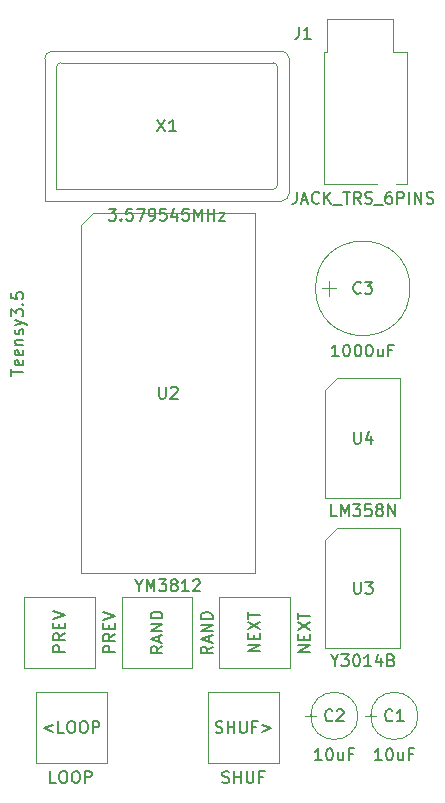
<source format=gbr>
G04 #@! TF.FileFunction,Other,Fab,Top*
%FSLAX46Y46*%
G04 Gerber Fmt 4.6, Leading zero omitted, Abs format (unit mm)*
G04 Created by KiCad (PCBNEW 4.0.6) date 01/21/18 18:38:45*
%MOMM*%
%LPD*%
G01*
G04 APERTURE LIST*
%ADD10C,0.100000*%
%ADD11C,0.150000*%
G04 APERTURE END LIST*
D10*
X175470000Y-137795000D02*
G75*
G03X175470000Y-137795000I-2000000J0D01*
G01*
X171020000Y-137795000D02*
X171920000Y-137795000D01*
X171470000Y-137345000D02*
X171470000Y-138245000D01*
X170390000Y-137795000D02*
G75*
G03X170390000Y-137795000I-2000000J0D01*
G01*
X165940000Y-137795000D02*
X166840000Y-137795000D01*
X166390000Y-137345000D02*
X166390000Y-138245000D01*
X174795000Y-101600000D02*
G75*
G03X174795000Y-101600000I-4000000J0D01*
G01*
X167345000Y-101600000D02*
X168545000Y-101600000D01*
X167945000Y-100950000D02*
X167945000Y-102250000D01*
X171975000Y-92805000D02*
X167475000Y-92805000D01*
X167475000Y-92805000D02*
X167475000Y-81605000D01*
X167475000Y-81605000D02*
X167775000Y-81605000D01*
X167775000Y-81605000D02*
X167775000Y-78805000D01*
X167775000Y-78805000D02*
X173375000Y-78805000D01*
X173375000Y-78805000D02*
X173375000Y-81605000D01*
X173375000Y-81605000D02*
X174575000Y-81605000D01*
X174575000Y-81605000D02*
X174575000Y-92805000D01*
X174575000Y-92805000D02*
X173575000Y-92805000D01*
X147940000Y-95250000D02*
X161670000Y-95250000D01*
X161670000Y-95250000D02*
X161670000Y-125730000D01*
X161670000Y-125730000D02*
X146940000Y-125730000D01*
X146940000Y-125730000D02*
X146940000Y-96250000D01*
X146940000Y-96250000D02*
X147940000Y-95250000D01*
X168640000Y-121920000D02*
X173990000Y-121920000D01*
X173990000Y-121920000D02*
X173990000Y-132080000D01*
X173990000Y-132080000D02*
X167640000Y-132080000D01*
X167640000Y-132080000D02*
X167640000Y-122920000D01*
X167640000Y-122920000D02*
X168640000Y-121920000D01*
X168640000Y-109220000D02*
X173990000Y-109220000D01*
X173990000Y-109220000D02*
X173990000Y-119380000D01*
X173990000Y-119380000D02*
X167640000Y-119380000D01*
X167640000Y-119380000D02*
X167640000Y-110220000D01*
X167640000Y-110220000D02*
X168640000Y-109220000D01*
X163566000Y-92858600D02*
X163566000Y-82858600D01*
X145216000Y-82508600D02*
X163216000Y-82508600D01*
X144866000Y-93208600D02*
X144866000Y-82858600D01*
X144866000Y-93208600D02*
X163216000Y-93208600D01*
X143866000Y-94208600D02*
X163916000Y-94208600D01*
X164566000Y-82158600D02*
X164566000Y-93558600D01*
X144516000Y-81508600D02*
X163916000Y-81508600D01*
X143866000Y-94208600D02*
X143866000Y-82158600D01*
X163216000Y-93208600D02*
G75*
G03X163566000Y-92858600I0J350000D01*
G01*
X163566000Y-82858600D02*
G75*
G03X163216000Y-82508600I-350000J0D01*
G01*
X145216000Y-82508600D02*
G75*
G03X144866000Y-82858600I0J-350000D01*
G01*
X163916000Y-94208600D02*
G75*
G03X164566000Y-93558600I0J650000D01*
G01*
X164566000Y-82158600D02*
G75*
G03X163916000Y-81508600I-650000J0D01*
G01*
X144516000Y-81508600D02*
G75*
G03X143866000Y-82158600I0J-650000D01*
G01*
X142125000Y-133735000D02*
X148125000Y-133735000D01*
X142125000Y-127735000D02*
X148125000Y-127735000D01*
X142125000Y-133735000D02*
X142125000Y-127735000D01*
X148125000Y-133735000D02*
X148125000Y-127735000D01*
X150380000Y-133735000D02*
X156380000Y-133735000D01*
X150380000Y-127735000D02*
X156380000Y-127735000D01*
X150380000Y-133735000D02*
X150380000Y-127735000D01*
X156380000Y-133735000D02*
X156380000Y-127735000D01*
X158635000Y-133735000D02*
X164635000Y-133735000D01*
X158635000Y-127735000D02*
X164635000Y-127735000D01*
X158635000Y-133735000D02*
X158635000Y-127735000D01*
X164635000Y-133735000D02*
X164635000Y-127735000D01*
X143125000Y-135775000D02*
X143125000Y-141775000D01*
X149125000Y-135775000D02*
X149125000Y-141775000D01*
X143125000Y-135775000D02*
X149125000Y-135775000D01*
X143125000Y-141775000D02*
X149125000Y-141775000D01*
X157730000Y-135775000D02*
X157730000Y-141775000D01*
X163730000Y-135775000D02*
X163730000Y-141775000D01*
X157730000Y-135775000D02*
X163730000Y-135775000D01*
X157730000Y-141775000D02*
X163730000Y-141775000D01*
D11*
X172398572Y-141557381D02*
X171827143Y-141557381D01*
X172112857Y-141557381D02*
X172112857Y-140557381D01*
X172017619Y-140700238D01*
X171922381Y-140795476D01*
X171827143Y-140843095D01*
X173017619Y-140557381D02*
X173112858Y-140557381D01*
X173208096Y-140605000D01*
X173255715Y-140652619D01*
X173303334Y-140747857D01*
X173350953Y-140938333D01*
X173350953Y-141176429D01*
X173303334Y-141366905D01*
X173255715Y-141462143D01*
X173208096Y-141509762D01*
X173112858Y-141557381D01*
X173017619Y-141557381D01*
X172922381Y-141509762D01*
X172874762Y-141462143D01*
X172827143Y-141366905D01*
X172779524Y-141176429D01*
X172779524Y-140938333D01*
X172827143Y-140747857D01*
X172874762Y-140652619D01*
X172922381Y-140605000D01*
X173017619Y-140557381D01*
X174208096Y-140890714D02*
X174208096Y-141557381D01*
X173779524Y-140890714D02*
X173779524Y-141414524D01*
X173827143Y-141509762D01*
X173922381Y-141557381D01*
X174065239Y-141557381D01*
X174160477Y-141509762D01*
X174208096Y-141462143D01*
X175017620Y-141033571D02*
X174684286Y-141033571D01*
X174684286Y-141557381D02*
X174684286Y-140557381D01*
X175160477Y-140557381D01*
X173303334Y-138152143D02*
X173255715Y-138199762D01*
X173112858Y-138247381D01*
X173017620Y-138247381D01*
X172874762Y-138199762D01*
X172779524Y-138104524D01*
X172731905Y-138009286D01*
X172684286Y-137818810D01*
X172684286Y-137675952D01*
X172731905Y-137485476D01*
X172779524Y-137390238D01*
X172874762Y-137295000D01*
X173017620Y-137247381D01*
X173112858Y-137247381D01*
X173255715Y-137295000D01*
X173303334Y-137342619D01*
X174255715Y-138247381D02*
X173684286Y-138247381D01*
X173970000Y-138247381D02*
X173970000Y-137247381D01*
X173874762Y-137390238D01*
X173779524Y-137485476D01*
X173684286Y-137533095D01*
X167318572Y-141557381D02*
X166747143Y-141557381D01*
X167032857Y-141557381D02*
X167032857Y-140557381D01*
X166937619Y-140700238D01*
X166842381Y-140795476D01*
X166747143Y-140843095D01*
X167937619Y-140557381D02*
X168032858Y-140557381D01*
X168128096Y-140605000D01*
X168175715Y-140652619D01*
X168223334Y-140747857D01*
X168270953Y-140938333D01*
X168270953Y-141176429D01*
X168223334Y-141366905D01*
X168175715Y-141462143D01*
X168128096Y-141509762D01*
X168032858Y-141557381D01*
X167937619Y-141557381D01*
X167842381Y-141509762D01*
X167794762Y-141462143D01*
X167747143Y-141366905D01*
X167699524Y-141176429D01*
X167699524Y-140938333D01*
X167747143Y-140747857D01*
X167794762Y-140652619D01*
X167842381Y-140605000D01*
X167937619Y-140557381D01*
X169128096Y-140890714D02*
X169128096Y-141557381D01*
X168699524Y-140890714D02*
X168699524Y-141414524D01*
X168747143Y-141509762D01*
X168842381Y-141557381D01*
X168985239Y-141557381D01*
X169080477Y-141509762D01*
X169128096Y-141462143D01*
X169937620Y-141033571D02*
X169604286Y-141033571D01*
X169604286Y-141557381D02*
X169604286Y-140557381D01*
X170080477Y-140557381D01*
X168223334Y-138152143D02*
X168175715Y-138199762D01*
X168032858Y-138247381D01*
X167937620Y-138247381D01*
X167794762Y-138199762D01*
X167699524Y-138104524D01*
X167651905Y-138009286D01*
X167604286Y-137818810D01*
X167604286Y-137675952D01*
X167651905Y-137485476D01*
X167699524Y-137390238D01*
X167794762Y-137295000D01*
X167937620Y-137247381D01*
X168032858Y-137247381D01*
X168175715Y-137295000D01*
X168223334Y-137342619D01*
X168604286Y-137342619D02*
X168651905Y-137295000D01*
X168747143Y-137247381D01*
X168985239Y-137247381D01*
X169080477Y-137295000D01*
X169128096Y-137342619D01*
X169175715Y-137437857D01*
X169175715Y-137533095D01*
X169128096Y-137675952D01*
X168556667Y-138247381D01*
X169175715Y-138247381D01*
X168771191Y-107362381D02*
X168199762Y-107362381D01*
X168485476Y-107362381D02*
X168485476Y-106362381D01*
X168390238Y-106505238D01*
X168295000Y-106600476D01*
X168199762Y-106648095D01*
X169390238Y-106362381D02*
X169485477Y-106362381D01*
X169580715Y-106410000D01*
X169628334Y-106457619D01*
X169675953Y-106552857D01*
X169723572Y-106743333D01*
X169723572Y-106981429D01*
X169675953Y-107171905D01*
X169628334Y-107267143D01*
X169580715Y-107314762D01*
X169485477Y-107362381D01*
X169390238Y-107362381D01*
X169295000Y-107314762D01*
X169247381Y-107267143D01*
X169199762Y-107171905D01*
X169152143Y-106981429D01*
X169152143Y-106743333D01*
X169199762Y-106552857D01*
X169247381Y-106457619D01*
X169295000Y-106410000D01*
X169390238Y-106362381D01*
X170342619Y-106362381D02*
X170437858Y-106362381D01*
X170533096Y-106410000D01*
X170580715Y-106457619D01*
X170628334Y-106552857D01*
X170675953Y-106743333D01*
X170675953Y-106981429D01*
X170628334Y-107171905D01*
X170580715Y-107267143D01*
X170533096Y-107314762D01*
X170437858Y-107362381D01*
X170342619Y-107362381D01*
X170247381Y-107314762D01*
X170199762Y-107267143D01*
X170152143Y-107171905D01*
X170104524Y-106981429D01*
X170104524Y-106743333D01*
X170152143Y-106552857D01*
X170199762Y-106457619D01*
X170247381Y-106410000D01*
X170342619Y-106362381D01*
X171295000Y-106362381D02*
X171390239Y-106362381D01*
X171485477Y-106410000D01*
X171533096Y-106457619D01*
X171580715Y-106552857D01*
X171628334Y-106743333D01*
X171628334Y-106981429D01*
X171580715Y-107171905D01*
X171533096Y-107267143D01*
X171485477Y-107314762D01*
X171390239Y-107362381D01*
X171295000Y-107362381D01*
X171199762Y-107314762D01*
X171152143Y-107267143D01*
X171104524Y-107171905D01*
X171056905Y-106981429D01*
X171056905Y-106743333D01*
X171104524Y-106552857D01*
X171152143Y-106457619D01*
X171199762Y-106410000D01*
X171295000Y-106362381D01*
X172485477Y-106695714D02*
X172485477Y-107362381D01*
X172056905Y-106695714D02*
X172056905Y-107219524D01*
X172104524Y-107314762D01*
X172199762Y-107362381D01*
X172342620Y-107362381D01*
X172437858Y-107314762D01*
X172485477Y-107267143D01*
X173295001Y-106838571D02*
X172961667Y-106838571D01*
X172961667Y-107362381D02*
X172961667Y-106362381D01*
X173437858Y-106362381D01*
X170628334Y-101957143D02*
X170580715Y-102004762D01*
X170437858Y-102052381D01*
X170342620Y-102052381D01*
X170199762Y-102004762D01*
X170104524Y-101909524D01*
X170056905Y-101814286D01*
X170009286Y-101623810D01*
X170009286Y-101480952D01*
X170056905Y-101290476D01*
X170104524Y-101195238D01*
X170199762Y-101100000D01*
X170342620Y-101052381D01*
X170437858Y-101052381D01*
X170580715Y-101100000D01*
X170628334Y-101147619D01*
X170961667Y-101052381D02*
X171580715Y-101052381D01*
X171247381Y-101433333D01*
X171390239Y-101433333D01*
X171485477Y-101480952D01*
X171533096Y-101528571D01*
X171580715Y-101623810D01*
X171580715Y-101861905D01*
X171533096Y-101957143D01*
X171485477Y-102004762D01*
X171390239Y-102052381D01*
X171104524Y-102052381D01*
X171009286Y-102004762D01*
X170961667Y-101957143D01*
X165195953Y-93432381D02*
X165195953Y-94146667D01*
X165148333Y-94289524D01*
X165053095Y-94384762D01*
X164910238Y-94432381D01*
X164815000Y-94432381D01*
X165624524Y-94146667D02*
X166100715Y-94146667D01*
X165529286Y-94432381D02*
X165862619Y-93432381D01*
X166195953Y-94432381D01*
X167100715Y-94337143D02*
X167053096Y-94384762D01*
X166910239Y-94432381D01*
X166815001Y-94432381D01*
X166672143Y-94384762D01*
X166576905Y-94289524D01*
X166529286Y-94194286D01*
X166481667Y-94003810D01*
X166481667Y-93860952D01*
X166529286Y-93670476D01*
X166576905Y-93575238D01*
X166672143Y-93480000D01*
X166815001Y-93432381D01*
X166910239Y-93432381D01*
X167053096Y-93480000D01*
X167100715Y-93527619D01*
X167529286Y-94432381D02*
X167529286Y-93432381D01*
X168100715Y-94432381D02*
X167672143Y-93860952D01*
X168100715Y-93432381D02*
X167529286Y-94003810D01*
X168291191Y-94527619D02*
X169053096Y-94527619D01*
X169148334Y-93432381D02*
X169719763Y-93432381D01*
X169434048Y-94432381D02*
X169434048Y-93432381D01*
X170624525Y-94432381D02*
X170291191Y-93956190D01*
X170053096Y-94432381D02*
X170053096Y-93432381D01*
X170434049Y-93432381D01*
X170529287Y-93480000D01*
X170576906Y-93527619D01*
X170624525Y-93622857D01*
X170624525Y-93765714D01*
X170576906Y-93860952D01*
X170529287Y-93908571D01*
X170434049Y-93956190D01*
X170053096Y-93956190D01*
X171005477Y-94384762D02*
X171148334Y-94432381D01*
X171386430Y-94432381D01*
X171481668Y-94384762D01*
X171529287Y-94337143D01*
X171576906Y-94241905D01*
X171576906Y-94146667D01*
X171529287Y-94051429D01*
X171481668Y-94003810D01*
X171386430Y-93956190D01*
X171195953Y-93908571D01*
X171100715Y-93860952D01*
X171053096Y-93813333D01*
X171005477Y-93718095D01*
X171005477Y-93622857D01*
X171053096Y-93527619D01*
X171100715Y-93480000D01*
X171195953Y-93432381D01*
X171434049Y-93432381D01*
X171576906Y-93480000D01*
X171767382Y-94527619D02*
X172529287Y-94527619D01*
X173195954Y-93432381D02*
X173005477Y-93432381D01*
X172910239Y-93480000D01*
X172862620Y-93527619D01*
X172767382Y-93670476D01*
X172719763Y-93860952D01*
X172719763Y-94241905D01*
X172767382Y-94337143D01*
X172815001Y-94384762D01*
X172910239Y-94432381D01*
X173100716Y-94432381D01*
X173195954Y-94384762D01*
X173243573Y-94337143D01*
X173291192Y-94241905D01*
X173291192Y-94003810D01*
X173243573Y-93908571D01*
X173195954Y-93860952D01*
X173100716Y-93813333D01*
X172910239Y-93813333D01*
X172815001Y-93860952D01*
X172767382Y-93908571D01*
X172719763Y-94003810D01*
X173719763Y-94432381D02*
X173719763Y-93432381D01*
X174100716Y-93432381D01*
X174195954Y-93480000D01*
X174243573Y-93527619D01*
X174291192Y-93622857D01*
X174291192Y-93765714D01*
X174243573Y-93860952D01*
X174195954Y-93908571D01*
X174100716Y-93956190D01*
X173719763Y-93956190D01*
X174719763Y-94432381D02*
X174719763Y-93432381D01*
X175195953Y-94432381D02*
X175195953Y-93432381D01*
X175767382Y-94432381D01*
X175767382Y-93432381D01*
X176195953Y-94384762D02*
X176338810Y-94432381D01*
X176576906Y-94432381D01*
X176672144Y-94384762D01*
X176719763Y-94337143D01*
X176767382Y-94241905D01*
X176767382Y-94146667D01*
X176719763Y-94051429D01*
X176672144Y-94003810D01*
X176576906Y-93956190D01*
X176386429Y-93908571D01*
X176291191Y-93860952D01*
X176243572Y-93813333D01*
X176195953Y-93718095D01*
X176195953Y-93622857D01*
X176243572Y-93527619D01*
X176291191Y-93480000D01*
X176386429Y-93432381D01*
X176624525Y-93432381D01*
X176767382Y-93480000D01*
X165401667Y-79462381D02*
X165401667Y-80176667D01*
X165354047Y-80319524D01*
X165258809Y-80414762D01*
X165115952Y-80462381D01*
X165020714Y-80462381D01*
X166401667Y-80462381D02*
X165830238Y-80462381D01*
X166115952Y-80462381D02*
X166115952Y-79462381D01*
X166020714Y-79605238D01*
X165925476Y-79700476D01*
X165830238Y-79748095D01*
X141057281Y-108981829D02*
X141057281Y-108410400D01*
X142057281Y-108696115D02*
X141057281Y-108696115D01*
X142009662Y-107696114D02*
X142057281Y-107791352D01*
X142057281Y-107981829D01*
X142009662Y-108077067D01*
X141914424Y-108124686D01*
X141533471Y-108124686D01*
X141438233Y-108077067D01*
X141390614Y-107981829D01*
X141390614Y-107791352D01*
X141438233Y-107696114D01*
X141533471Y-107648495D01*
X141628710Y-107648495D01*
X141723948Y-108124686D01*
X142009662Y-106838971D02*
X142057281Y-106934209D01*
X142057281Y-107124686D01*
X142009662Y-107219924D01*
X141914424Y-107267543D01*
X141533471Y-107267543D01*
X141438233Y-107219924D01*
X141390614Y-107124686D01*
X141390614Y-106934209D01*
X141438233Y-106838971D01*
X141533471Y-106791352D01*
X141628710Y-106791352D01*
X141723948Y-107267543D01*
X141390614Y-106362781D02*
X142057281Y-106362781D01*
X141485852Y-106362781D02*
X141438233Y-106315162D01*
X141390614Y-106219924D01*
X141390614Y-106077066D01*
X141438233Y-105981828D01*
X141533471Y-105934209D01*
X142057281Y-105934209D01*
X142009662Y-105505638D02*
X142057281Y-105410400D01*
X142057281Y-105219924D01*
X142009662Y-105124685D01*
X141914424Y-105077066D01*
X141866805Y-105077066D01*
X141771567Y-105124685D01*
X141723948Y-105219924D01*
X141723948Y-105362781D01*
X141676329Y-105458019D01*
X141581090Y-105505638D01*
X141533471Y-105505638D01*
X141438233Y-105458019D01*
X141390614Y-105362781D01*
X141390614Y-105219924D01*
X141438233Y-105124685D01*
X141390614Y-104743733D02*
X142057281Y-104505638D01*
X141390614Y-104267542D02*
X142057281Y-104505638D01*
X142295376Y-104600876D01*
X142342995Y-104648495D01*
X142390614Y-104743733D01*
X141057281Y-103981828D02*
X141057281Y-103362780D01*
X141438233Y-103696114D01*
X141438233Y-103553256D01*
X141485852Y-103458018D01*
X141533471Y-103410399D01*
X141628710Y-103362780D01*
X141866805Y-103362780D01*
X141962043Y-103410399D01*
X142009662Y-103458018D01*
X142057281Y-103553256D01*
X142057281Y-103838971D01*
X142009662Y-103934209D01*
X141962043Y-103981828D01*
X141962043Y-102934209D02*
X142009662Y-102886590D01*
X142057281Y-102934209D01*
X142009662Y-102981828D01*
X141962043Y-102934209D01*
X142057281Y-102934209D01*
X141057281Y-101981828D02*
X141057281Y-102458019D01*
X141533471Y-102505638D01*
X141485852Y-102458019D01*
X141438233Y-102362781D01*
X141438233Y-102124685D01*
X141485852Y-102029447D01*
X141533471Y-101981828D01*
X141628710Y-101934209D01*
X141866805Y-101934209D01*
X141962043Y-101981828D01*
X142009662Y-102029447D01*
X142057281Y-102124685D01*
X142057281Y-102362781D01*
X142009662Y-102458019D01*
X141962043Y-102505638D01*
X151828809Y-126766190D02*
X151828809Y-127242381D01*
X151495476Y-126242381D02*
X151828809Y-126766190D01*
X152162143Y-126242381D01*
X152495476Y-127242381D02*
X152495476Y-126242381D01*
X152828810Y-126956667D01*
X153162143Y-126242381D01*
X153162143Y-127242381D01*
X153543095Y-126242381D02*
X154162143Y-126242381D01*
X153828809Y-126623333D01*
X153971667Y-126623333D01*
X154066905Y-126670952D01*
X154114524Y-126718571D01*
X154162143Y-126813810D01*
X154162143Y-127051905D01*
X154114524Y-127147143D01*
X154066905Y-127194762D01*
X153971667Y-127242381D01*
X153685952Y-127242381D01*
X153590714Y-127194762D01*
X153543095Y-127147143D01*
X154733571Y-126670952D02*
X154638333Y-126623333D01*
X154590714Y-126575714D01*
X154543095Y-126480476D01*
X154543095Y-126432857D01*
X154590714Y-126337619D01*
X154638333Y-126290000D01*
X154733571Y-126242381D01*
X154924048Y-126242381D01*
X155019286Y-126290000D01*
X155066905Y-126337619D01*
X155114524Y-126432857D01*
X155114524Y-126480476D01*
X155066905Y-126575714D01*
X155019286Y-126623333D01*
X154924048Y-126670952D01*
X154733571Y-126670952D01*
X154638333Y-126718571D01*
X154590714Y-126766190D01*
X154543095Y-126861429D01*
X154543095Y-127051905D01*
X154590714Y-127147143D01*
X154638333Y-127194762D01*
X154733571Y-127242381D01*
X154924048Y-127242381D01*
X155019286Y-127194762D01*
X155066905Y-127147143D01*
X155114524Y-127051905D01*
X155114524Y-126861429D01*
X155066905Y-126766190D01*
X155019286Y-126718571D01*
X154924048Y-126670952D01*
X156066905Y-127242381D02*
X155495476Y-127242381D01*
X155781190Y-127242381D02*
X155781190Y-126242381D01*
X155685952Y-126385238D01*
X155590714Y-126480476D01*
X155495476Y-126528095D01*
X156447857Y-126337619D02*
X156495476Y-126290000D01*
X156590714Y-126242381D01*
X156828810Y-126242381D01*
X156924048Y-126290000D01*
X156971667Y-126337619D01*
X157019286Y-126432857D01*
X157019286Y-126528095D01*
X156971667Y-126670952D01*
X156400238Y-127242381D01*
X157019286Y-127242381D01*
X153543095Y-109942381D02*
X153543095Y-110751905D01*
X153590714Y-110847143D01*
X153638333Y-110894762D01*
X153733571Y-110942381D01*
X153924048Y-110942381D01*
X154019286Y-110894762D01*
X154066905Y-110847143D01*
X154114524Y-110751905D01*
X154114524Y-109942381D01*
X154543095Y-110037619D02*
X154590714Y-109990000D01*
X154685952Y-109942381D01*
X154924048Y-109942381D01*
X155019286Y-109990000D01*
X155066905Y-110037619D01*
X155114524Y-110132857D01*
X155114524Y-110228095D01*
X155066905Y-110370952D01*
X154495476Y-110942381D01*
X155114524Y-110942381D01*
X168410238Y-133116190D02*
X168410238Y-133592381D01*
X168076905Y-132592381D02*
X168410238Y-133116190D01*
X168743572Y-132592381D01*
X168981667Y-132592381D02*
X169600715Y-132592381D01*
X169267381Y-132973333D01*
X169410239Y-132973333D01*
X169505477Y-133020952D01*
X169553096Y-133068571D01*
X169600715Y-133163810D01*
X169600715Y-133401905D01*
X169553096Y-133497143D01*
X169505477Y-133544762D01*
X169410239Y-133592381D01*
X169124524Y-133592381D01*
X169029286Y-133544762D01*
X168981667Y-133497143D01*
X170219762Y-132592381D02*
X170315001Y-132592381D01*
X170410239Y-132640000D01*
X170457858Y-132687619D01*
X170505477Y-132782857D01*
X170553096Y-132973333D01*
X170553096Y-133211429D01*
X170505477Y-133401905D01*
X170457858Y-133497143D01*
X170410239Y-133544762D01*
X170315001Y-133592381D01*
X170219762Y-133592381D01*
X170124524Y-133544762D01*
X170076905Y-133497143D01*
X170029286Y-133401905D01*
X169981667Y-133211429D01*
X169981667Y-132973333D01*
X170029286Y-132782857D01*
X170076905Y-132687619D01*
X170124524Y-132640000D01*
X170219762Y-132592381D01*
X171505477Y-133592381D02*
X170934048Y-133592381D01*
X171219762Y-133592381D02*
X171219762Y-132592381D01*
X171124524Y-132735238D01*
X171029286Y-132830476D01*
X170934048Y-132878095D01*
X172362620Y-132925714D02*
X172362620Y-133592381D01*
X172124524Y-132544762D02*
X171886429Y-133259048D01*
X172505477Y-133259048D01*
X173219763Y-133068571D02*
X173362620Y-133116190D01*
X173410239Y-133163810D01*
X173457858Y-133259048D01*
X173457858Y-133401905D01*
X173410239Y-133497143D01*
X173362620Y-133544762D01*
X173267382Y-133592381D01*
X172886429Y-133592381D01*
X172886429Y-132592381D01*
X173219763Y-132592381D01*
X173315001Y-132640000D01*
X173362620Y-132687619D01*
X173410239Y-132782857D01*
X173410239Y-132878095D01*
X173362620Y-132973333D01*
X173315001Y-133020952D01*
X173219763Y-133068571D01*
X172886429Y-133068571D01*
X170053095Y-126452381D02*
X170053095Y-127261905D01*
X170100714Y-127357143D01*
X170148333Y-127404762D01*
X170243571Y-127452381D01*
X170434048Y-127452381D01*
X170529286Y-127404762D01*
X170576905Y-127357143D01*
X170624524Y-127261905D01*
X170624524Y-126452381D01*
X171005476Y-126452381D02*
X171624524Y-126452381D01*
X171291190Y-126833333D01*
X171434048Y-126833333D01*
X171529286Y-126880952D01*
X171576905Y-126928571D01*
X171624524Y-127023810D01*
X171624524Y-127261905D01*
X171576905Y-127357143D01*
X171529286Y-127404762D01*
X171434048Y-127452381D01*
X171148333Y-127452381D01*
X171053095Y-127404762D01*
X171005476Y-127357143D01*
X168600715Y-120892381D02*
X168124524Y-120892381D01*
X168124524Y-119892381D01*
X168934048Y-120892381D02*
X168934048Y-119892381D01*
X169267382Y-120606667D01*
X169600715Y-119892381D01*
X169600715Y-120892381D01*
X169981667Y-119892381D02*
X170600715Y-119892381D01*
X170267381Y-120273333D01*
X170410239Y-120273333D01*
X170505477Y-120320952D01*
X170553096Y-120368571D01*
X170600715Y-120463810D01*
X170600715Y-120701905D01*
X170553096Y-120797143D01*
X170505477Y-120844762D01*
X170410239Y-120892381D01*
X170124524Y-120892381D01*
X170029286Y-120844762D01*
X169981667Y-120797143D01*
X171505477Y-119892381D02*
X171029286Y-119892381D01*
X170981667Y-120368571D01*
X171029286Y-120320952D01*
X171124524Y-120273333D01*
X171362620Y-120273333D01*
X171457858Y-120320952D01*
X171505477Y-120368571D01*
X171553096Y-120463810D01*
X171553096Y-120701905D01*
X171505477Y-120797143D01*
X171457858Y-120844762D01*
X171362620Y-120892381D01*
X171124524Y-120892381D01*
X171029286Y-120844762D01*
X170981667Y-120797143D01*
X172124524Y-120320952D02*
X172029286Y-120273333D01*
X171981667Y-120225714D01*
X171934048Y-120130476D01*
X171934048Y-120082857D01*
X171981667Y-119987619D01*
X172029286Y-119940000D01*
X172124524Y-119892381D01*
X172315001Y-119892381D01*
X172410239Y-119940000D01*
X172457858Y-119987619D01*
X172505477Y-120082857D01*
X172505477Y-120130476D01*
X172457858Y-120225714D01*
X172410239Y-120273333D01*
X172315001Y-120320952D01*
X172124524Y-120320952D01*
X172029286Y-120368571D01*
X171981667Y-120416190D01*
X171934048Y-120511429D01*
X171934048Y-120701905D01*
X171981667Y-120797143D01*
X172029286Y-120844762D01*
X172124524Y-120892381D01*
X172315001Y-120892381D01*
X172410239Y-120844762D01*
X172457858Y-120797143D01*
X172505477Y-120701905D01*
X172505477Y-120511429D01*
X172457858Y-120416190D01*
X172410239Y-120368571D01*
X172315001Y-120320952D01*
X172934048Y-120892381D02*
X172934048Y-119892381D01*
X173505477Y-120892381D01*
X173505477Y-119892381D01*
X170053095Y-113752381D02*
X170053095Y-114561905D01*
X170100714Y-114657143D01*
X170148333Y-114704762D01*
X170243571Y-114752381D01*
X170434048Y-114752381D01*
X170529286Y-114704762D01*
X170576905Y-114657143D01*
X170624524Y-114561905D01*
X170624524Y-113752381D01*
X171529286Y-114085714D02*
X171529286Y-114752381D01*
X171291190Y-113704762D02*
X171053095Y-114419048D01*
X171672143Y-114419048D01*
X149287429Y-94860981D02*
X149906477Y-94860981D01*
X149573143Y-95241933D01*
X149716001Y-95241933D01*
X149811239Y-95289552D01*
X149858858Y-95337171D01*
X149906477Y-95432410D01*
X149906477Y-95670505D01*
X149858858Y-95765743D01*
X149811239Y-95813362D01*
X149716001Y-95860981D01*
X149430286Y-95860981D01*
X149335048Y-95813362D01*
X149287429Y-95765743D01*
X150335048Y-95765743D02*
X150382667Y-95813362D01*
X150335048Y-95860981D01*
X150287429Y-95813362D01*
X150335048Y-95765743D01*
X150335048Y-95860981D01*
X151287429Y-94860981D02*
X150811238Y-94860981D01*
X150763619Y-95337171D01*
X150811238Y-95289552D01*
X150906476Y-95241933D01*
X151144572Y-95241933D01*
X151239810Y-95289552D01*
X151287429Y-95337171D01*
X151335048Y-95432410D01*
X151335048Y-95670505D01*
X151287429Y-95765743D01*
X151239810Y-95813362D01*
X151144572Y-95860981D01*
X150906476Y-95860981D01*
X150811238Y-95813362D01*
X150763619Y-95765743D01*
X151668381Y-94860981D02*
X152335048Y-94860981D01*
X151906476Y-95860981D01*
X152763619Y-95860981D02*
X152954095Y-95860981D01*
X153049334Y-95813362D01*
X153096953Y-95765743D01*
X153192191Y-95622886D01*
X153239810Y-95432410D01*
X153239810Y-95051457D01*
X153192191Y-94956219D01*
X153144572Y-94908600D01*
X153049334Y-94860981D01*
X152858857Y-94860981D01*
X152763619Y-94908600D01*
X152716000Y-94956219D01*
X152668381Y-95051457D01*
X152668381Y-95289552D01*
X152716000Y-95384790D01*
X152763619Y-95432410D01*
X152858857Y-95480029D01*
X153049334Y-95480029D01*
X153144572Y-95432410D01*
X153192191Y-95384790D01*
X153239810Y-95289552D01*
X154144572Y-94860981D02*
X153668381Y-94860981D01*
X153620762Y-95337171D01*
X153668381Y-95289552D01*
X153763619Y-95241933D01*
X154001715Y-95241933D01*
X154096953Y-95289552D01*
X154144572Y-95337171D01*
X154192191Y-95432410D01*
X154192191Y-95670505D01*
X154144572Y-95765743D01*
X154096953Y-95813362D01*
X154001715Y-95860981D01*
X153763619Y-95860981D01*
X153668381Y-95813362D01*
X153620762Y-95765743D01*
X155049334Y-95194314D02*
X155049334Y-95860981D01*
X154811238Y-94813362D02*
X154573143Y-95527648D01*
X155192191Y-95527648D01*
X156049334Y-94860981D02*
X155573143Y-94860981D01*
X155525524Y-95337171D01*
X155573143Y-95289552D01*
X155668381Y-95241933D01*
X155906477Y-95241933D01*
X156001715Y-95289552D01*
X156049334Y-95337171D01*
X156096953Y-95432410D01*
X156096953Y-95670505D01*
X156049334Y-95765743D01*
X156001715Y-95813362D01*
X155906477Y-95860981D01*
X155668381Y-95860981D01*
X155573143Y-95813362D01*
X155525524Y-95765743D01*
X156525524Y-95860981D02*
X156525524Y-94860981D01*
X156858858Y-95575267D01*
X157192191Y-94860981D01*
X157192191Y-95860981D01*
X157668381Y-95860981D02*
X157668381Y-94860981D01*
X157668381Y-95337171D02*
X158239810Y-95337171D01*
X158239810Y-95860981D02*
X158239810Y-94860981D01*
X158620762Y-95194314D02*
X159144572Y-95194314D01*
X158620762Y-95860981D01*
X159144572Y-95860981D01*
X153406476Y-87310981D02*
X154073143Y-88310981D01*
X154073143Y-87310981D02*
X153406476Y-88310981D01*
X154977905Y-88310981D02*
X154406476Y-88310981D01*
X154692190Y-88310981D02*
X154692190Y-87310981D01*
X154596952Y-87453838D01*
X154501714Y-87549076D01*
X154406476Y-87596695D01*
X149827381Y-132427857D02*
X148827381Y-132427857D01*
X148827381Y-132046904D01*
X148875000Y-131951666D01*
X148922619Y-131904047D01*
X149017857Y-131856428D01*
X149160714Y-131856428D01*
X149255952Y-131904047D01*
X149303571Y-131951666D01*
X149351190Y-132046904D01*
X149351190Y-132427857D01*
X149827381Y-130856428D02*
X149351190Y-131189762D01*
X149827381Y-131427857D02*
X148827381Y-131427857D01*
X148827381Y-131046904D01*
X148875000Y-130951666D01*
X148922619Y-130904047D01*
X149017857Y-130856428D01*
X149160714Y-130856428D01*
X149255952Y-130904047D01*
X149303571Y-130951666D01*
X149351190Y-131046904D01*
X149351190Y-131427857D01*
X149303571Y-130427857D02*
X149303571Y-130094523D01*
X149827381Y-129951666D02*
X149827381Y-130427857D01*
X148827381Y-130427857D01*
X148827381Y-129951666D01*
X148827381Y-129665952D02*
X149827381Y-129332619D01*
X148827381Y-128999285D01*
X145577381Y-132377857D02*
X144577381Y-132377857D01*
X144577381Y-131996904D01*
X144625000Y-131901666D01*
X144672619Y-131854047D01*
X144767857Y-131806428D01*
X144910714Y-131806428D01*
X145005952Y-131854047D01*
X145053571Y-131901666D01*
X145101190Y-131996904D01*
X145101190Y-132377857D01*
X145577381Y-130806428D02*
X145101190Y-131139762D01*
X145577381Y-131377857D02*
X144577381Y-131377857D01*
X144577381Y-130996904D01*
X144625000Y-130901666D01*
X144672619Y-130854047D01*
X144767857Y-130806428D01*
X144910714Y-130806428D01*
X145005952Y-130854047D01*
X145053571Y-130901666D01*
X145101190Y-130996904D01*
X145101190Y-131377857D01*
X145053571Y-130377857D02*
X145053571Y-130044523D01*
X145577381Y-129901666D02*
X145577381Y-130377857D01*
X144577381Y-130377857D01*
X144577381Y-129901666D01*
X144577381Y-129615952D02*
X145577381Y-129282619D01*
X144577381Y-128949285D01*
X158082381Y-131927857D02*
X157606190Y-132261191D01*
X158082381Y-132499286D02*
X157082381Y-132499286D01*
X157082381Y-132118333D01*
X157130000Y-132023095D01*
X157177619Y-131975476D01*
X157272857Y-131927857D01*
X157415714Y-131927857D01*
X157510952Y-131975476D01*
X157558571Y-132023095D01*
X157606190Y-132118333D01*
X157606190Y-132499286D01*
X157796667Y-131546905D02*
X157796667Y-131070714D01*
X158082381Y-131642143D02*
X157082381Y-131308810D01*
X158082381Y-130975476D01*
X158082381Y-130642143D02*
X157082381Y-130642143D01*
X158082381Y-130070714D01*
X157082381Y-130070714D01*
X158082381Y-129594524D02*
X157082381Y-129594524D01*
X157082381Y-129356429D01*
X157130000Y-129213571D01*
X157225238Y-129118333D01*
X157320476Y-129070714D01*
X157510952Y-129023095D01*
X157653810Y-129023095D01*
X157844286Y-129070714D01*
X157939524Y-129118333D01*
X158034762Y-129213571D01*
X158082381Y-129356429D01*
X158082381Y-129594524D01*
X153832381Y-131877857D02*
X153356190Y-132211191D01*
X153832381Y-132449286D02*
X152832381Y-132449286D01*
X152832381Y-132068333D01*
X152880000Y-131973095D01*
X152927619Y-131925476D01*
X153022857Y-131877857D01*
X153165714Y-131877857D01*
X153260952Y-131925476D01*
X153308571Y-131973095D01*
X153356190Y-132068333D01*
X153356190Y-132449286D01*
X153546667Y-131496905D02*
X153546667Y-131020714D01*
X153832381Y-131592143D02*
X152832381Y-131258810D01*
X153832381Y-130925476D01*
X153832381Y-130592143D02*
X152832381Y-130592143D01*
X153832381Y-130020714D01*
X152832381Y-130020714D01*
X153832381Y-129544524D02*
X152832381Y-129544524D01*
X152832381Y-129306429D01*
X152880000Y-129163571D01*
X152975238Y-129068333D01*
X153070476Y-129020714D01*
X153260952Y-128973095D01*
X153403810Y-128973095D01*
X153594286Y-129020714D01*
X153689524Y-129068333D01*
X153784762Y-129163571D01*
X153832381Y-129306429D01*
X153832381Y-129544524D01*
X166337381Y-132380238D02*
X165337381Y-132380238D01*
X166337381Y-131808809D01*
X165337381Y-131808809D01*
X165813571Y-131332619D02*
X165813571Y-130999285D01*
X166337381Y-130856428D02*
X166337381Y-131332619D01*
X165337381Y-131332619D01*
X165337381Y-130856428D01*
X165337381Y-130523095D02*
X166337381Y-129856428D01*
X165337381Y-129856428D02*
X166337381Y-130523095D01*
X165337381Y-129618333D02*
X165337381Y-129046904D01*
X166337381Y-129332619D02*
X165337381Y-129332619D01*
X162087381Y-132330238D02*
X161087381Y-132330238D01*
X162087381Y-131758809D01*
X161087381Y-131758809D01*
X161563571Y-131282619D02*
X161563571Y-130949285D01*
X162087381Y-130806428D02*
X162087381Y-131282619D01*
X161087381Y-131282619D01*
X161087381Y-130806428D01*
X161087381Y-130473095D02*
X162087381Y-129806428D01*
X161087381Y-129806428D02*
X162087381Y-130473095D01*
X161087381Y-129568333D02*
X161087381Y-128996904D01*
X162087381Y-129282619D02*
X161087381Y-129282619D01*
X144836905Y-143477381D02*
X144360714Y-143477381D01*
X144360714Y-142477381D01*
X145360714Y-142477381D02*
X145551191Y-142477381D01*
X145646429Y-142525000D01*
X145741667Y-142620238D01*
X145789286Y-142810714D01*
X145789286Y-143144048D01*
X145741667Y-143334524D01*
X145646429Y-143429762D01*
X145551191Y-143477381D01*
X145360714Y-143477381D01*
X145265476Y-143429762D01*
X145170238Y-143334524D01*
X145122619Y-143144048D01*
X145122619Y-142810714D01*
X145170238Y-142620238D01*
X145265476Y-142525000D01*
X145360714Y-142477381D01*
X146408333Y-142477381D02*
X146598810Y-142477381D01*
X146694048Y-142525000D01*
X146789286Y-142620238D01*
X146836905Y-142810714D01*
X146836905Y-143144048D01*
X146789286Y-143334524D01*
X146694048Y-143429762D01*
X146598810Y-143477381D01*
X146408333Y-143477381D01*
X146313095Y-143429762D01*
X146217857Y-143334524D01*
X146170238Y-143144048D01*
X146170238Y-142810714D01*
X146217857Y-142620238D01*
X146313095Y-142525000D01*
X146408333Y-142477381D01*
X147265476Y-143477381D02*
X147265476Y-142477381D01*
X147646429Y-142477381D01*
X147741667Y-142525000D01*
X147789286Y-142572619D01*
X147836905Y-142667857D01*
X147836905Y-142810714D01*
X147789286Y-142905952D01*
X147741667Y-142953571D01*
X147646429Y-143001190D01*
X147265476Y-143001190D01*
X144553572Y-138560714D02*
X143791667Y-138846429D01*
X144553572Y-139132143D01*
X145505953Y-139227381D02*
X145029762Y-139227381D01*
X145029762Y-138227381D01*
X146029762Y-138227381D02*
X146220239Y-138227381D01*
X146315477Y-138275000D01*
X146410715Y-138370238D01*
X146458334Y-138560714D01*
X146458334Y-138894048D01*
X146410715Y-139084524D01*
X146315477Y-139179762D01*
X146220239Y-139227381D01*
X146029762Y-139227381D01*
X145934524Y-139179762D01*
X145839286Y-139084524D01*
X145791667Y-138894048D01*
X145791667Y-138560714D01*
X145839286Y-138370238D01*
X145934524Y-138275000D01*
X146029762Y-138227381D01*
X147077381Y-138227381D02*
X147267858Y-138227381D01*
X147363096Y-138275000D01*
X147458334Y-138370238D01*
X147505953Y-138560714D01*
X147505953Y-138894048D01*
X147458334Y-139084524D01*
X147363096Y-139179762D01*
X147267858Y-139227381D01*
X147077381Y-139227381D01*
X146982143Y-139179762D01*
X146886905Y-139084524D01*
X146839286Y-138894048D01*
X146839286Y-138560714D01*
X146886905Y-138370238D01*
X146982143Y-138275000D01*
X147077381Y-138227381D01*
X147934524Y-139227381D02*
X147934524Y-138227381D01*
X148315477Y-138227381D01*
X148410715Y-138275000D01*
X148458334Y-138322619D01*
X148505953Y-138417857D01*
X148505953Y-138560714D01*
X148458334Y-138655952D01*
X148410715Y-138703571D01*
X148315477Y-138751190D01*
X147934524Y-138751190D01*
X158918095Y-143429762D02*
X159060952Y-143477381D01*
X159299048Y-143477381D01*
X159394286Y-143429762D01*
X159441905Y-143382143D01*
X159489524Y-143286905D01*
X159489524Y-143191667D01*
X159441905Y-143096429D01*
X159394286Y-143048810D01*
X159299048Y-143001190D01*
X159108571Y-142953571D01*
X159013333Y-142905952D01*
X158965714Y-142858333D01*
X158918095Y-142763095D01*
X158918095Y-142667857D01*
X158965714Y-142572619D01*
X159013333Y-142525000D01*
X159108571Y-142477381D01*
X159346667Y-142477381D01*
X159489524Y-142525000D01*
X159918095Y-143477381D02*
X159918095Y-142477381D01*
X159918095Y-142953571D02*
X160489524Y-142953571D01*
X160489524Y-143477381D02*
X160489524Y-142477381D01*
X160965714Y-142477381D02*
X160965714Y-143286905D01*
X161013333Y-143382143D01*
X161060952Y-143429762D01*
X161156190Y-143477381D01*
X161346667Y-143477381D01*
X161441905Y-143429762D01*
X161489524Y-143382143D01*
X161537143Y-143286905D01*
X161537143Y-142477381D01*
X162346667Y-142953571D02*
X162013333Y-142953571D01*
X162013333Y-143477381D02*
X162013333Y-142477381D01*
X162489524Y-142477381D01*
X158349048Y-139179762D02*
X158491905Y-139227381D01*
X158730001Y-139227381D01*
X158825239Y-139179762D01*
X158872858Y-139132143D01*
X158920477Y-139036905D01*
X158920477Y-138941667D01*
X158872858Y-138846429D01*
X158825239Y-138798810D01*
X158730001Y-138751190D01*
X158539524Y-138703571D01*
X158444286Y-138655952D01*
X158396667Y-138608333D01*
X158349048Y-138513095D01*
X158349048Y-138417857D01*
X158396667Y-138322619D01*
X158444286Y-138275000D01*
X158539524Y-138227381D01*
X158777620Y-138227381D01*
X158920477Y-138275000D01*
X159349048Y-139227381D02*
X159349048Y-138227381D01*
X159349048Y-138703571D02*
X159920477Y-138703571D01*
X159920477Y-139227381D02*
X159920477Y-138227381D01*
X160396667Y-138227381D02*
X160396667Y-139036905D01*
X160444286Y-139132143D01*
X160491905Y-139179762D01*
X160587143Y-139227381D01*
X160777620Y-139227381D01*
X160872858Y-139179762D01*
X160920477Y-139132143D01*
X160968096Y-139036905D01*
X160968096Y-138227381D01*
X161777620Y-138703571D02*
X161444286Y-138703571D01*
X161444286Y-139227381D02*
X161444286Y-138227381D01*
X161920477Y-138227381D01*
X162301429Y-138560714D02*
X163063334Y-138846429D01*
X162301429Y-139132143D01*
M02*

</source>
